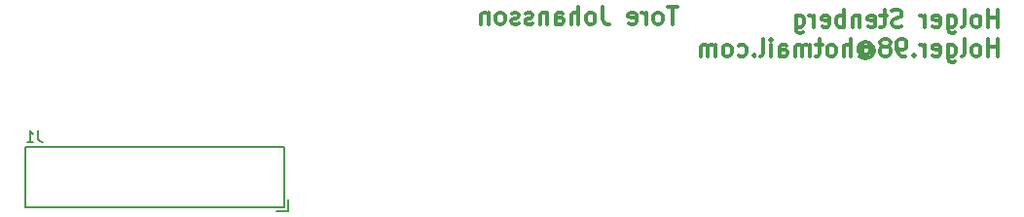
<source format=gbr>
%TF.GenerationSoftware,KiCad,Pcbnew,(5.1.4-0)*%
%TF.CreationDate,2021-02-17T16:05:53+01:00*%
%TF.ProjectId,Indicators,496e6469-6361-4746-9f72-732e6b696361,rev?*%
%TF.SameCoordinates,Original*%
%TF.FileFunction,Legend,Bot*%
%TF.FilePolarity,Positive*%
%FSLAX46Y46*%
G04 Gerber Fmt 4.6, Leading zero omitted, Abs format (unit mm)*
G04 Created by KiCad (PCBNEW (5.1.4-0)) date 2021-02-17 16:05:53*
%MOMM*%
%LPD*%
G04 APERTURE LIST*
%ADD10C,0.300000*%
%ADD11C,0.150000*%
G04 APERTURE END LIST*
D10*
X167900857Y-126432571D02*
X167043714Y-126432571D01*
X167472285Y-127932571D02*
X167472285Y-126432571D01*
X166329428Y-127932571D02*
X166472285Y-127861142D01*
X166543714Y-127789714D01*
X166615142Y-127646857D01*
X166615142Y-127218285D01*
X166543714Y-127075428D01*
X166472285Y-127004000D01*
X166329428Y-126932571D01*
X166115142Y-126932571D01*
X165972285Y-127004000D01*
X165900857Y-127075428D01*
X165829428Y-127218285D01*
X165829428Y-127646857D01*
X165900857Y-127789714D01*
X165972285Y-127861142D01*
X166115142Y-127932571D01*
X166329428Y-127932571D01*
X165186571Y-127932571D02*
X165186571Y-126932571D01*
X165186571Y-127218285D02*
X165115142Y-127075428D01*
X165043714Y-127004000D01*
X164900857Y-126932571D01*
X164758000Y-126932571D01*
X163686571Y-127861142D02*
X163829428Y-127932571D01*
X164115142Y-127932571D01*
X164258000Y-127861142D01*
X164329428Y-127718285D01*
X164329428Y-127146857D01*
X164258000Y-127004000D01*
X164115142Y-126932571D01*
X163829428Y-126932571D01*
X163686571Y-127004000D01*
X163615142Y-127146857D01*
X163615142Y-127289714D01*
X164329428Y-127432571D01*
X161400857Y-126432571D02*
X161400857Y-127504000D01*
X161472285Y-127718285D01*
X161615142Y-127861142D01*
X161829428Y-127932571D01*
X161972285Y-127932571D01*
X160472285Y-127932571D02*
X160615142Y-127861142D01*
X160686571Y-127789714D01*
X160758000Y-127646857D01*
X160758000Y-127218285D01*
X160686571Y-127075428D01*
X160615142Y-127004000D01*
X160472285Y-126932571D01*
X160258000Y-126932571D01*
X160115142Y-127004000D01*
X160043714Y-127075428D01*
X159972285Y-127218285D01*
X159972285Y-127646857D01*
X160043714Y-127789714D01*
X160115142Y-127861142D01*
X160258000Y-127932571D01*
X160472285Y-127932571D01*
X159329428Y-127932571D02*
X159329428Y-126432571D01*
X158686571Y-127932571D02*
X158686571Y-127146857D01*
X158758000Y-127004000D01*
X158900857Y-126932571D01*
X159115142Y-126932571D01*
X159258000Y-127004000D01*
X159329428Y-127075428D01*
X157329428Y-127932571D02*
X157329428Y-127146857D01*
X157400857Y-127004000D01*
X157543714Y-126932571D01*
X157829428Y-126932571D01*
X157972285Y-127004000D01*
X157329428Y-127861142D02*
X157472285Y-127932571D01*
X157829428Y-127932571D01*
X157972285Y-127861142D01*
X158043714Y-127718285D01*
X158043714Y-127575428D01*
X157972285Y-127432571D01*
X157829428Y-127361142D01*
X157472285Y-127361142D01*
X157329428Y-127289714D01*
X156615142Y-126932571D02*
X156615142Y-127932571D01*
X156615142Y-127075428D02*
X156543714Y-127004000D01*
X156400857Y-126932571D01*
X156186571Y-126932571D01*
X156043714Y-127004000D01*
X155972285Y-127146857D01*
X155972285Y-127932571D01*
X155329428Y-127861142D02*
X155186571Y-127932571D01*
X154900857Y-127932571D01*
X154758000Y-127861142D01*
X154686571Y-127718285D01*
X154686571Y-127646857D01*
X154758000Y-127504000D01*
X154900857Y-127432571D01*
X155115142Y-127432571D01*
X155258000Y-127361142D01*
X155329428Y-127218285D01*
X155329428Y-127146857D01*
X155258000Y-127004000D01*
X155115142Y-126932571D01*
X154900857Y-126932571D01*
X154758000Y-127004000D01*
X154115142Y-127861142D02*
X153972285Y-127932571D01*
X153686571Y-127932571D01*
X153543714Y-127861142D01*
X153472285Y-127718285D01*
X153472285Y-127646857D01*
X153543714Y-127504000D01*
X153686571Y-127432571D01*
X153900857Y-127432571D01*
X154043714Y-127361142D01*
X154115142Y-127218285D01*
X154115142Y-127146857D01*
X154043714Y-127004000D01*
X153900857Y-126932571D01*
X153686571Y-126932571D01*
X153543714Y-127004000D01*
X152615142Y-127932571D02*
X152758000Y-127861142D01*
X152829428Y-127789714D01*
X152900857Y-127646857D01*
X152900857Y-127218285D01*
X152829428Y-127075428D01*
X152758000Y-127004000D01*
X152615142Y-126932571D01*
X152400857Y-126932571D01*
X152258000Y-127004000D01*
X152186571Y-127075428D01*
X152115142Y-127218285D01*
X152115142Y-127646857D01*
X152186571Y-127789714D01*
X152258000Y-127861142D01*
X152400857Y-127932571D01*
X152615142Y-127932571D01*
X151472285Y-126932571D02*
X151472285Y-127932571D01*
X151472285Y-127075428D02*
X151400857Y-127004000D01*
X151258000Y-126932571D01*
X151043714Y-126932571D01*
X150900857Y-127004000D01*
X150829428Y-127146857D01*
X150829428Y-127932571D01*
X195789857Y-128181571D02*
X195789857Y-126681571D01*
X195789857Y-127395857D02*
X194932714Y-127395857D01*
X194932714Y-128181571D02*
X194932714Y-126681571D01*
X194004142Y-128181571D02*
X194147000Y-128110142D01*
X194218428Y-128038714D01*
X194289857Y-127895857D01*
X194289857Y-127467285D01*
X194218428Y-127324428D01*
X194147000Y-127253000D01*
X194004142Y-127181571D01*
X193789857Y-127181571D01*
X193647000Y-127253000D01*
X193575571Y-127324428D01*
X193504142Y-127467285D01*
X193504142Y-127895857D01*
X193575571Y-128038714D01*
X193647000Y-128110142D01*
X193789857Y-128181571D01*
X194004142Y-128181571D01*
X192647000Y-128181571D02*
X192789857Y-128110142D01*
X192861285Y-127967285D01*
X192861285Y-126681571D01*
X191432714Y-127181571D02*
X191432714Y-128395857D01*
X191504142Y-128538714D01*
X191575571Y-128610142D01*
X191718428Y-128681571D01*
X191932714Y-128681571D01*
X192075571Y-128610142D01*
X191432714Y-128110142D02*
X191575571Y-128181571D01*
X191861285Y-128181571D01*
X192004142Y-128110142D01*
X192075571Y-128038714D01*
X192147000Y-127895857D01*
X192147000Y-127467285D01*
X192075571Y-127324428D01*
X192004142Y-127253000D01*
X191861285Y-127181571D01*
X191575571Y-127181571D01*
X191432714Y-127253000D01*
X190147000Y-128110142D02*
X190289857Y-128181571D01*
X190575571Y-128181571D01*
X190718428Y-128110142D01*
X190789857Y-127967285D01*
X190789857Y-127395857D01*
X190718428Y-127253000D01*
X190575571Y-127181571D01*
X190289857Y-127181571D01*
X190147000Y-127253000D01*
X190075571Y-127395857D01*
X190075571Y-127538714D01*
X190789857Y-127681571D01*
X189432714Y-128181571D02*
X189432714Y-127181571D01*
X189432714Y-127467285D02*
X189361285Y-127324428D01*
X189289857Y-127253000D01*
X189147000Y-127181571D01*
X189004142Y-127181571D01*
X187432714Y-128110142D02*
X187218428Y-128181571D01*
X186861285Y-128181571D01*
X186718428Y-128110142D01*
X186647000Y-128038714D01*
X186575571Y-127895857D01*
X186575571Y-127753000D01*
X186647000Y-127610142D01*
X186718428Y-127538714D01*
X186861285Y-127467285D01*
X187147000Y-127395857D01*
X187289857Y-127324428D01*
X187361285Y-127253000D01*
X187432714Y-127110142D01*
X187432714Y-126967285D01*
X187361285Y-126824428D01*
X187289857Y-126753000D01*
X187147000Y-126681571D01*
X186789857Y-126681571D01*
X186575571Y-126753000D01*
X186147000Y-127181571D02*
X185575571Y-127181571D01*
X185932714Y-126681571D02*
X185932714Y-127967285D01*
X185861285Y-128110142D01*
X185718428Y-128181571D01*
X185575571Y-128181571D01*
X184504142Y-128110142D02*
X184647000Y-128181571D01*
X184932714Y-128181571D01*
X185075571Y-128110142D01*
X185147000Y-127967285D01*
X185147000Y-127395857D01*
X185075571Y-127253000D01*
X184932714Y-127181571D01*
X184647000Y-127181571D01*
X184504142Y-127253000D01*
X184432714Y-127395857D01*
X184432714Y-127538714D01*
X185147000Y-127681571D01*
X183789857Y-127181571D02*
X183789857Y-128181571D01*
X183789857Y-127324428D02*
X183718428Y-127253000D01*
X183575571Y-127181571D01*
X183361285Y-127181571D01*
X183218428Y-127253000D01*
X183147000Y-127395857D01*
X183147000Y-128181571D01*
X182432714Y-128181571D02*
X182432714Y-126681571D01*
X182432714Y-127253000D02*
X182289857Y-127181571D01*
X182004142Y-127181571D01*
X181861285Y-127253000D01*
X181789857Y-127324428D01*
X181718428Y-127467285D01*
X181718428Y-127895857D01*
X181789857Y-128038714D01*
X181861285Y-128110142D01*
X182004142Y-128181571D01*
X182289857Y-128181571D01*
X182432714Y-128110142D01*
X180504142Y-128110142D02*
X180647000Y-128181571D01*
X180932714Y-128181571D01*
X181075571Y-128110142D01*
X181147000Y-127967285D01*
X181147000Y-127395857D01*
X181075571Y-127253000D01*
X180932714Y-127181571D01*
X180647000Y-127181571D01*
X180504142Y-127253000D01*
X180432714Y-127395857D01*
X180432714Y-127538714D01*
X181147000Y-127681571D01*
X179789857Y-128181571D02*
X179789857Y-127181571D01*
X179789857Y-127467285D02*
X179718428Y-127324428D01*
X179647000Y-127253000D01*
X179504142Y-127181571D01*
X179361285Y-127181571D01*
X178218428Y-127181571D02*
X178218428Y-128395857D01*
X178289857Y-128538714D01*
X178361285Y-128610142D01*
X178504142Y-128681571D01*
X178718428Y-128681571D01*
X178861285Y-128610142D01*
X178218428Y-128110142D02*
X178361285Y-128181571D01*
X178647000Y-128181571D01*
X178789857Y-128110142D01*
X178861285Y-128038714D01*
X178932714Y-127895857D01*
X178932714Y-127467285D01*
X178861285Y-127324428D01*
X178789857Y-127253000D01*
X178647000Y-127181571D01*
X178361285Y-127181571D01*
X178218428Y-127253000D01*
X195789857Y-130731571D02*
X195789857Y-129231571D01*
X195789857Y-129945857D02*
X194932714Y-129945857D01*
X194932714Y-130731571D02*
X194932714Y-129231571D01*
X194004142Y-130731571D02*
X194147000Y-130660142D01*
X194218428Y-130588714D01*
X194289857Y-130445857D01*
X194289857Y-130017285D01*
X194218428Y-129874428D01*
X194147000Y-129803000D01*
X194004142Y-129731571D01*
X193789857Y-129731571D01*
X193647000Y-129803000D01*
X193575571Y-129874428D01*
X193504142Y-130017285D01*
X193504142Y-130445857D01*
X193575571Y-130588714D01*
X193647000Y-130660142D01*
X193789857Y-130731571D01*
X194004142Y-130731571D01*
X192647000Y-130731571D02*
X192789857Y-130660142D01*
X192861285Y-130517285D01*
X192861285Y-129231571D01*
X191432714Y-129731571D02*
X191432714Y-130945857D01*
X191504142Y-131088714D01*
X191575571Y-131160142D01*
X191718428Y-131231571D01*
X191932714Y-131231571D01*
X192075571Y-131160142D01*
X191432714Y-130660142D02*
X191575571Y-130731571D01*
X191861285Y-130731571D01*
X192004142Y-130660142D01*
X192075571Y-130588714D01*
X192147000Y-130445857D01*
X192147000Y-130017285D01*
X192075571Y-129874428D01*
X192004142Y-129803000D01*
X191861285Y-129731571D01*
X191575571Y-129731571D01*
X191432714Y-129803000D01*
X190147000Y-130660142D02*
X190289857Y-130731571D01*
X190575571Y-130731571D01*
X190718428Y-130660142D01*
X190789857Y-130517285D01*
X190789857Y-129945857D01*
X190718428Y-129803000D01*
X190575571Y-129731571D01*
X190289857Y-129731571D01*
X190147000Y-129803000D01*
X190075571Y-129945857D01*
X190075571Y-130088714D01*
X190789857Y-130231571D01*
X189432714Y-130731571D02*
X189432714Y-129731571D01*
X189432714Y-130017285D02*
X189361285Y-129874428D01*
X189289857Y-129803000D01*
X189147000Y-129731571D01*
X189004142Y-129731571D01*
X188504142Y-130588714D02*
X188432714Y-130660142D01*
X188504142Y-130731571D01*
X188575571Y-130660142D01*
X188504142Y-130588714D01*
X188504142Y-130731571D01*
X187718428Y-130731571D02*
X187432714Y-130731571D01*
X187289857Y-130660142D01*
X187218428Y-130588714D01*
X187075571Y-130374428D01*
X187004142Y-130088714D01*
X187004142Y-129517285D01*
X187075571Y-129374428D01*
X187147000Y-129303000D01*
X187289857Y-129231571D01*
X187575571Y-129231571D01*
X187718428Y-129303000D01*
X187789857Y-129374428D01*
X187861285Y-129517285D01*
X187861285Y-129874428D01*
X187789857Y-130017285D01*
X187718428Y-130088714D01*
X187575571Y-130160142D01*
X187289857Y-130160142D01*
X187147000Y-130088714D01*
X187075571Y-130017285D01*
X187004142Y-129874428D01*
X186147000Y-129874428D02*
X186289857Y-129803000D01*
X186361285Y-129731571D01*
X186432714Y-129588714D01*
X186432714Y-129517285D01*
X186361285Y-129374428D01*
X186289857Y-129303000D01*
X186147000Y-129231571D01*
X185861285Y-129231571D01*
X185718428Y-129303000D01*
X185647000Y-129374428D01*
X185575571Y-129517285D01*
X185575571Y-129588714D01*
X185647000Y-129731571D01*
X185718428Y-129803000D01*
X185861285Y-129874428D01*
X186147000Y-129874428D01*
X186289857Y-129945857D01*
X186361285Y-130017285D01*
X186432714Y-130160142D01*
X186432714Y-130445857D01*
X186361285Y-130588714D01*
X186289857Y-130660142D01*
X186147000Y-130731571D01*
X185861285Y-130731571D01*
X185718428Y-130660142D01*
X185647000Y-130588714D01*
X185575571Y-130445857D01*
X185575571Y-130160142D01*
X185647000Y-130017285D01*
X185718428Y-129945857D01*
X185861285Y-129874428D01*
X184004142Y-130017285D02*
X184075571Y-129945857D01*
X184218428Y-129874428D01*
X184361285Y-129874428D01*
X184504142Y-129945857D01*
X184575571Y-130017285D01*
X184647000Y-130160142D01*
X184647000Y-130303000D01*
X184575571Y-130445857D01*
X184504142Y-130517285D01*
X184361285Y-130588714D01*
X184218428Y-130588714D01*
X184075571Y-130517285D01*
X184004142Y-130445857D01*
X184004142Y-129874428D02*
X184004142Y-130445857D01*
X183932714Y-130517285D01*
X183861285Y-130517285D01*
X183718428Y-130445857D01*
X183647000Y-130303000D01*
X183647000Y-129945857D01*
X183789857Y-129731571D01*
X184004142Y-129588714D01*
X184289857Y-129517285D01*
X184575571Y-129588714D01*
X184789857Y-129731571D01*
X184932714Y-129945857D01*
X185004142Y-130231571D01*
X184932714Y-130517285D01*
X184789857Y-130731571D01*
X184575571Y-130874428D01*
X184289857Y-130945857D01*
X184004142Y-130874428D01*
X183789857Y-130731571D01*
X183004142Y-130731571D02*
X183004142Y-129231571D01*
X182361285Y-130731571D02*
X182361285Y-129945857D01*
X182432714Y-129803000D01*
X182575571Y-129731571D01*
X182789857Y-129731571D01*
X182932714Y-129803000D01*
X183004142Y-129874428D01*
X181432714Y-130731571D02*
X181575571Y-130660142D01*
X181647000Y-130588714D01*
X181718428Y-130445857D01*
X181718428Y-130017285D01*
X181647000Y-129874428D01*
X181575571Y-129803000D01*
X181432714Y-129731571D01*
X181218428Y-129731571D01*
X181075571Y-129803000D01*
X181004142Y-129874428D01*
X180932714Y-130017285D01*
X180932714Y-130445857D01*
X181004142Y-130588714D01*
X181075571Y-130660142D01*
X181218428Y-130731571D01*
X181432714Y-130731571D01*
X180504142Y-129731571D02*
X179932714Y-129731571D01*
X180289857Y-129231571D02*
X180289857Y-130517285D01*
X180218428Y-130660142D01*
X180075571Y-130731571D01*
X179932714Y-130731571D01*
X179432714Y-130731571D02*
X179432714Y-129731571D01*
X179432714Y-129874428D02*
X179361285Y-129803000D01*
X179218428Y-129731571D01*
X179004142Y-129731571D01*
X178861285Y-129803000D01*
X178789857Y-129945857D01*
X178789857Y-130731571D01*
X178789857Y-129945857D02*
X178718428Y-129803000D01*
X178575571Y-129731571D01*
X178361285Y-129731571D01*
X178218428Y-129803000D01*
X178147000Y-129945857D01*
X178147000Y-130731571D01*
X176789857Y-130731571D02*
X176789857Y-129945857D01*
X176861285Y-129803000D01*
X177004142Y-129731571D01*
X177289857Y-129731571D01*
X177432714Y-129803000D01*
X176789857Y-130660142D02*
X176932714Y-130731571D01*
X177289857Y-130731571D01*
X177432714Y-130660142D01*
X177504142Y-130517285D01*
X177504142Y-130374428D01*
X177432714Y-130231571D01*
X177289857Y-130160142D01*
X176932714Y-130160142D01*
X176789857Y-130088714D01*
X176075571Y-130731571D02*
X176075571Y-129731571D01*
X176075571Y-129231571D02*
X176147000Y-129303000D01*
X176075571Y-129374428D01*
X176004142Y-129303000D01*
X176075571Y-129231571D01*
X176075571Y-129374428D01*
X175147000Y-130731571D02*
X175289857Y-130660142D01*
X175361285Y-130517285D01*
X175361285Y-129231571D01*
X174575571Y-130588714D02*
X174504142Y-130660142D01*
X174575571Y-130731571D01*
X174647000Y-130660142D01*
X174575571Y-130588714D01*
X174575571Y-130731571D01*
X173218428Y-130660142D02*
X173361285Y-130731571D01*
X173647000Y-130731571D01*
X173789857Y-130660142D01*
X173861285Y-130588714D01*
X173932714Y-130445857D01*
X173932714Y-130017285D01*
X173861285Y-129874428D01*
X173789857Y-129803000D01*
X173647000Y-129731571D01*
X173361285Y-129731571D01*
X173218428Y-129803000D01*
X172361285Y-130731571D02*
X172504142Y-130660142D01*
X172575571Y-130588714D01*
X172647000Y-130445857D01*
X172647000Y-130017285D01*
X172575571Y-129874428D01*
X172504142Y-129803000D01*
X172361285Y-129731571D01*
X172147000Y-129731571D01*
X172004142Y-129803000D01*
X171932714Y-129874428D01*
X171861285Y-130017285D01*
X171861285Y-130445857D01*
X171932714Y-130588714D01*
X172004142Y-130660142D01*
X172147000Y-130731571D01*
X172361285Y-130731571D01*
X171218428Y-130731571D02*
X171218428Y-129731571D01*
X171218428Y-129874428D02*
X171147000Y-129803000D01*
X171004142Y-129731571D01*
X170789857Y-129731571D01*
X170647000Y-129803000D01*
X170575571Y-129945857D01*
X170575571Y-130731571D01*
X170575571Y-129945857D02*
X170504142Y-129803000D01*
X170361285Y-129731571D01*
X170147000Y-129731571D01*
X170004142Y-129803000D01*
X169932714Y-129945857D01*
X169932714Y-130731571D01*
D11*
%TO.C,J1*%
X133690000Y-143730000D02*
X133690000Y-138740000D01*
X133670000Y-138600000D02*
X121450000Y-138600000D01*
X133690000Y-143860000D02*
X111192000Y-143860000D01*
X111192000Y-143860000D02*
X111192000Y-138600000D01*
X121470000Y-138600000D02*
X111192000Y-138600000D01*
X133690000Y-143630000D02*
X133690000Y-143850000D01*
X133050000Y-144200000D02*
X134050000Y-144200000D01*
X134050000Y-144200000D02*
X134050000Y-143200000D01*
X133690000Y-138600000D02*
X133690000Y-138730000D01*
X133690000Y-138600000D02*
X133670000Y-138600000D01*
X112333333Y-137202380D02*
X112333333Y-137916666D01*
X112380952Y-138059523D01*
X112476190Y-138154761D01*
X112619047Y-138202380D01*
X112714285Y-138202380D01*
X111333333Y-138202380D02*
X111904761Y-138202380D01*
X111619047Y-138202380D02*
X111619047Y-137202380D01*
X111714285Y-137345238D01*
X111809523Y-137440476D01*
X111904761Y-137488095D01*
%TD*%
M02*

</source>
